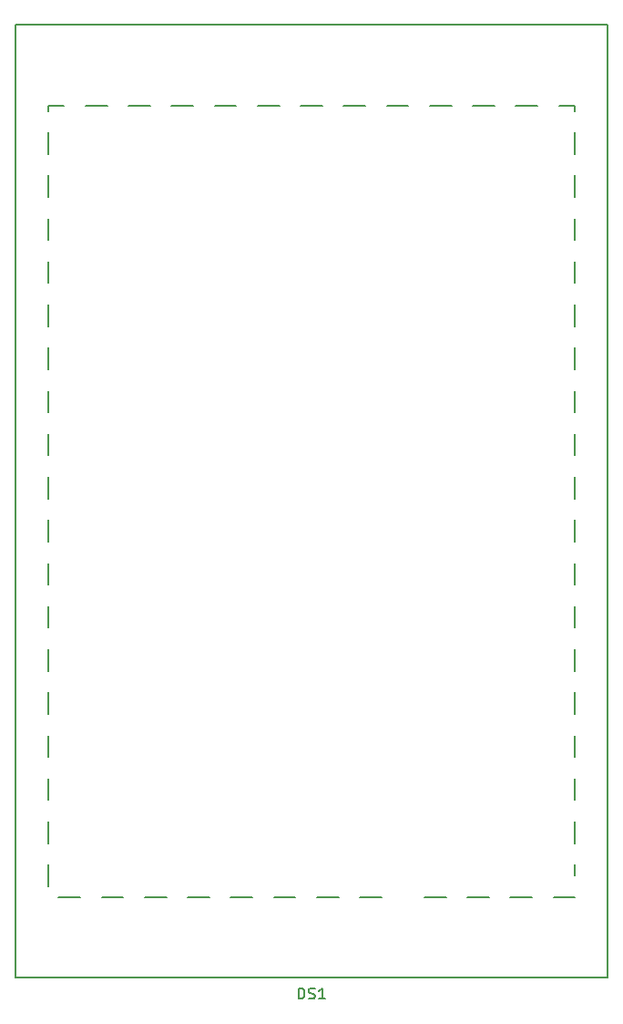
<source format=gbr>
%TF.GenerationSoftware,KiCad,Pcbnew,5.1.10*%
%TF.CreationDate,2021-12-05T17:02:08-05:00*%
%TF.ProjectId,display,64697370-6c61-4792-9e6b-696361645f70,v1.0*%
%TF.SameCoordinates,Original*%
%TF.FileFunction,Legend,Top*%
%TF.FilePolarity,Positive*%
%FSLAX46Y46*%
G04 Gerber Fmt 4.6, Leading zero omitted, Abs format (unit mm)*
G04 Created by KiCad (PCBNEW 5.1.10) date 2021-12-05 17:02:08*
%MOMM*%
%LPD*%
G01*
G04 APERTURE LIST*
%ADD10C,0.150000*%
G04 APERTURE END LIST*
D10*
%TO.C,DS1*%
X244500000Y-97750000D02*
X244500000Y-95750000D01*
X244500000Y-101750000D02*
X244500000Y-99750000D01*
X244500000Y-105750000D02*
X244500000Y-103750000D01*
X244500000Y-109750000D02*
X244500000Y-107750000D01*
X244500000Y-113750000D02*
X244500000Y-111750000D01*
X244500000Y-117750000D02*
X244500000Y-115750000D01*
X244500000Y-121750000D02*
X244500000Y-119750000D01*
X244500000Y-125750000D02*
X244500000Y-123750000D01*
X244500000Y-129750000D02*
X244500000Y-127750000D01*
X244500000Y-133750000D02*
X244500000Y-131750000D01*
X244500000Y-137750000D02*
X244500000Y-135750000D01*
X244500000Y-141750000D02*
X244500000Y-139750000D01*
X244500000Y-145750000D02*
X244500000Y-143750000D01*
X244500000Y-149750000D02*
X244500000Y-147750000D01*
X244500000Y-153750000D02*
X244500000Y-151750000D01*
X244500000Y-157750000D02*
X244500000Y-155750000D01*
X244500000Y-161750000D02*
X244500000Y-159750000D01*
X244500000Y-164750000D02*
X244500000Y-163750000D01*
X244500000Y-93250000D02*
X244500000Y-93750000D01*
X201000000Y-93250000D02*
X199000000Y-93250000D01*
X205000000Y-93250000D02*
X203000000Y-93250000D01*
X209000000Y-93250000D02*
X207000000Y-93250000D01*
X213000000Y-93250000D02*
X211000000Y-93250000D01*
X217000000Y-93250000D02*
X215000000Y-93250000D01*
X221000000Y-93250000D02*
X219000000Y-93250000D01*
X225000000Y-93250000D02*
X223000000Y-93250000D01*
X229000000Y-93250000D02*
X227000000Y-93250000D01*
X233000000Y-93250000D02*
X231000000Y-93250000D01*
X237000000Y-93250000D02*
X235000000Y-93250000D01*
X241000000Y-93250000D02*
X239000000Y-93250000D01*
X244500000Y-93250000D02*
X243000000Y-93250000D01*
X195500000Y-93250000D02*
X197000000Y-93250000D01*
X195500000Y-93750000D02*
X195500000Y-93250000D01*
X195500000Y-97750000D02*
X195500000Y-95750000D01*
X195500000Y-101750000D02*
X195500000Y-99750000D01*
X195500000Y-105750000D02*
X195500000Y-103750000D01*
X195500000Y-109750000D02*
X195500000Y-107750000D01*
X195500000Y-113750000D02*
X195500000Y-111750000D01*
X195500000Y-117750000D02*
X195500000Y-115750000D01*
X195500000Y-121750000D02*
X195500000Y-119750000D01*
X195500000Y-125750000D02*
X195500000Y-123750000D01*
X195500000Y-129750000D02*
X195500000Y-127750000D01*
X195500000Y-133750000D02*
X195500000Y-131750000D01*
X195500000Y-137750000D02*
X195500000Y-135750000D01*
X195500000Y-141750000D02*
X195500000Y-139750000D01*
X195500000Y-145750000D02*
X195500000Y-143750000D01*
X195500000Y-149750000D02*
X195500000Y-147750000D01*
X195500000Y-153750000D02*
X195500000Y-151750000D01*
X195500000Y-157750000D02*
X195500000Y-155750000D01*
X195500000Y-161750000D02*
X195500000Y-159750000D01*
X195500000Y-165750000D02*
X195500000Y-163750000D01*
X198500000Y-166750000D02*
X196500000Y-166750000D01*
X202500000Y-166750000D02*
X200500000Y-166750000D01*
X206500000Y-166750000D02*
X204500000Y-166750000D01*
X210500000Y-166750000D02*
X208500000Y-166750000D01*
X214500000Y-166750000D02*
X212500000Y-166750000D01*
X218500000Y-166750000D02*
X216500000Y-166750000D01*
X222500000Y-166750000D02*
X220500000Y-166750000D01*
X226500000Y-166750000D02*
X224500000Y-166750000D01*
X232500000Y-166750000D02*
X230500000Y-166750000D01*
X236500000Y-166750000D02*
X234500000Y-166750000D01*
X240500000Y-166750000D02*
X238500000Y-166750000D01*
X244500000Y-166750000D02*
X242500000Y-166750000D01*
X247500000Y-174250000D02*
X247500000Y-85750000D01*
X192500000Y-174250000D02*
X247500000Y-174250000D01*
X192500000Y-85750000D02*
X192500000Y-174250000D01*
X247500000Y-85750000D02*
X192500000Y-85750000D01*
X218785714Y-176202380D02*
X218785714Y-175202380D01*
X219023809Y-175202380D01*
X219166666Y-175250000D01*
X219261904Y-175345238D01*
X219309523Y-175440476D01*
X219357142Y-175630952D01*
X219357142Y-175773809D01*
X219309523Y-175964285D01*
X219261904Y-176059523D01*
X219166666Y-176154761D01*
X219023809Y-176202380D01*
X218785714Y-176202380D01*
X219738095Y-176154761D02*
X219880952Y-176202380D01*
X220119047Y-176202380D01*
X220214285Y-176154761D01*
X220261904Y-176107142D01*
X220309523Y-176011904D01*
X220309523Y-175916666D01*
X220261904Y-175821428D01*
X220214285Y-175773809D01*
X220119047Y-175726190D01*
X219928571Y-175678571D01*
X219833333Y-175630952D01*
X219785714Y-175583333D01*
X219738095Y-175488095D01*
X219738095Y-175392857D01*
X219785714Y-175297619D01*
X219833333Y-175250000D01*
X219928571Y-175202380D01*
X220166666Y-175202380D01*
X220309523Y-175250000D01*
X221261904Y-176202380D02*
X220690476Y-176202380D01*
X220976190Y-176202380D02*
X220976190Y-175202380D01*
X220880952Y-175345238D01*
X220785714Y-175440476D01*
X220690476Y-175488095D01*
%TD*%
M02*

</source>
